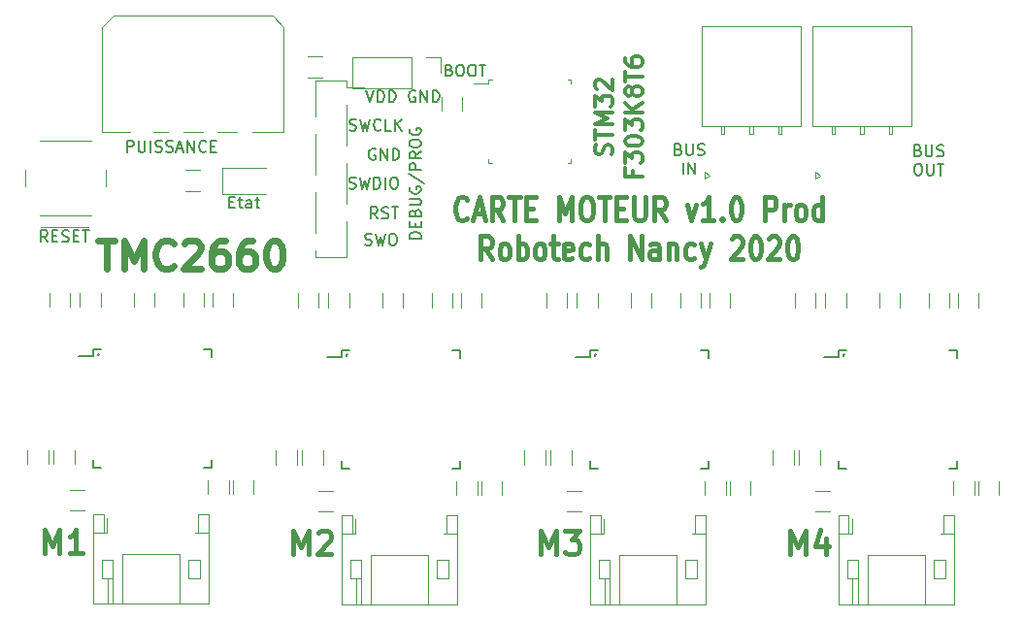
<source format=gbr>
G04 #@! TF.GenerationSoftware,KiCad,Pcbnew,(5.1.5)-3*
G04 #@! TF.CreationDate,2019-12-18T01:06:06+01:00*
G04 #@! TF.ProjectId,CarteMoteur,43617274-654d-46f7-9465-75722e6b6963,rev?*
G04 #@! TF.SameCoordinates,Original*
G04 #@! TF.FileFunction,Legend,Top*
G04 #@! TF.FilePolarity,Positive*
%FSLAX46Y46*%
G04 Gerber Fmt 4.6, Leading zero omitted, Abs format (unit mm)*
G04 Created by KiCad (PCBNEW (5.1.5)-3) date 2019-12-18 01:06:06*
%MOMM*%
%LPD*%
G04 APERTURE LIST*
%ADD10C,0.600000*%
%ADD11C,0.120000*%
%ADD12C,0.150000*%
%ADD13C,0.400000*%
%ADD14C,0.375000*%
G04 APERTURE END LIST*
D10*
X95401038Y-44579552D02*
X96829609Y-44579552D01*
X96115323Y-47079552D02*
X96115323Y-44579552D01*
X97662942Y-47079552D02*
X97662942Y-44579552D01*
X98496276Y-46365266D01*
X99329609Y-44579552D01*
X99329609Y-47079552D01*
X101948657Y-46841457D02*
X101829609Y-46960504D01*
X101472466Y-47079552D01*
X101234371Y-47079552D01*
X100877228Y-46960504D01*
X100639133Y-46722409D01*
X100520085Y-46484314D01*
X100401038Y-46008123D01*
X100401038Y-45650980D01*
X100520085Y-45174790D01*
X100639133Y-44936695D01*
X100877228Y-44698600D01*
X101234371Y-44579552D01*
X101472466Y-44579552D01*
X101829609Y-44698600D01*
X101948657Y-44817647D01*
X102901038Y-44817647D02*
X103020085Y-44698600D01*
X103258180Y-44579552D01*
X103853419Y-44579552D01*
X104091514Y-44698600D01*
X104210561Y-44817647D01*
X104329609Y-45055742D01*
X104329609Y-45293838D01*
X104210561Y-45650980D01*
X102781990Y-47079552D01*
X104329609Y-47079552D01*
X106472466Y-44579552D02*
X105996276Y-44579552D01*
X105758180Y-44698600D01*
X105639133Y-44817647D01*
X105401038Y-45174790D01*
X105281990Y-45650980D01*
X105281990Y-46603361D01*
X105401038Y-46841457D01*
X105520085Y-46960504D01*
X105758180Y-47079552D01*
X106234371Y-47079552D01*
X106472466Y-46960504D01*
X106591514Y-46841457D01*
X106710561Y-46603361D01*
X106710561Y-46008123D01*
X106591514Y-45770028D01*
X106472466Y-45650980D01*
X106234371Y-45531933D01*
X105758180Y-45531933D01*
X105520085Y-45650980D01*
X105401038Y-45770028D01*
X105281990Y-46008123D01*
X108853419Y-44579552D02*
X108377228Y-44579552D01*
X108139133Y-44698600D01*
X108020085Y-44817647D01*
X107781990Y-45174790D01*
X107662942Y-45650980D01*
X107662942Y-46603361D01*
X107781990Y-46841457D01*
X107901038Y-46960504D01*
X108139133Y-47079552D01*
X108615323Y-47079552D01*
X108853419Y-46960504D01*
X108972466Y-46841457D01*
X109091514Y-46603361D01*
X109091514Y-46008123D01*
X108972466Y-45770028D01*
X108853419Y-45650980D01*
X108615323Y-45531933D01*
X108139133Y-45531933D01*
X107901038Y-45650980D01*
X107781990Y-45770028D01*
X107662942Y-46008123D01*
X110639133Y-44579552D02*
X110877228Y-44579552D01*
X111115323Y-44698600D01*
X111234371Y-44817647D01*
X111353419Y-45055742D01*
X111472466Y-45531933D01*
X111472466Y-46127171D01*
X111353419Y-46603361D01*
X111234371Y-46841457D01*
X111115323Y-46960504D01*
X110877228Y-47079552D01*
X110639133Y-47079552D01*
X110401038Y-46960504D01*
X110281990Y-46841457D01*
X110162942Y-46603361D01*
X110043895Y-46127171D01*
X110043895Y-45531933D01*
X110162942Y-45055742D01*
X110281990Y-44817647D01*
X110401038Y-44698600D01*
X110639133Y-44579552D01*
D11*
X90347800Y-43383200D02*
X94538800Y-43383200D01*
D12*
X123540780Y-44409714D02*
X122540780Y-44409714D01*
X122540780Y-44171619D01*
X122588400Y-44028761D01*
X122683638Y-43933523D01*
X122778876Y-43885904D01*
X122969352Y-43838285D01*
X123112209Y-43838285D01*
X123302685Y-43885904D01*
X123397923Y-43933523D01*
X123493161Y-44028761D01*
X123540780Y-44171619D01*
X123540780Y-44409714D01*
X123016971Y-43409714D02*
X123016971Y-43076380D01*
X123540780Y-42933523D02*
X123540780Y-43409714D01*
X122540780Y-43409714D01*
X122540780Y-42933523D01*
X123016971Y-42171619D02*
X123064590Y-42028761D01*
X123112209Y-41981142D01*
X123207447Y-41933523D01*
X123350304Y-41933523D01*
X123445542Y-41981142D01*
X123493161Y-42028761D01*
X123540780Y-42124000D01*
X123540780Y-42504952D01*
X122540780Y-42504952D01*
X122540780Y-42171619D01*
X122588400Y-42076380D01*
X122636019Y-42028761D01*
X122731257Y-41981142D01*
X122826495Y-41981142D01*
X122921733Y-42028761D01*
X122969352Y-42076380D01*
X123016971Y-42171619D01*
X123016971Y-42504952D01*
X122540780Y-41504952D02*
X123350304Y-41504952D01*
X123445542Y-41457333D01*
X123493161Y-41409714D01*
X123540780Y-41314476D01*
X123540780Y-41124000D01*
X123493161Y-41028761D01*
X123445542Y-40981142D01*
X123350304Y-40933523D01*
X122540780Y-40933523D01*
X122588400Y-39933523D02*
X122540780Y-40028761D01*
X122540780Y-40171619D01*
X122588400Y-40314476D01*
X122683638Y-40409714D01*
X122778876Y-40457333D01*
X122969352Y-40504952D01*
X123112209Y-40504952D01*
X123302685Y-40457333D01*
X123397923Y-40409714D01*
X123493161Y-40314476D01*
X123540780Y-40171619D01*
X123540780Y-40076380D01*
X123493161Y-39933523D01*
X123445542Y-39885904D01*
X123112209Y-39885904D01*
X123112209Y-40076380D01*
X122493161Y-38743047D02*
X123778876Y-39600190D01*
X123540780Y-38409714D02*
X122540780Y-38409714D01*
X122540780Y-38028761D01*
X122588400Y-37933523D01*
X122636019Y-37885904D01*
X122731257Y-37838285D01*
X122874114Y-37838285D01*
X122969352Y-37885904D01*
X123016971Y-37933523D01*
X123064590Y-38028761D01*
X123064590Y-38409714D01*
X123540780Y-36838285D02*
X123064590Y-37171619D01*
X123540780Y-37409714D02*
X122540780Y-37409714D01*
X122540780Y-37028761D01*
X122588400Y-36933523D01*
X122636019Y-36885904D01*
X122731257Y-36838285D01*
X122874114Y-36838285D01*
X122969352Y-36885904D01*
X123016971Y-36933523D01*
X123064590Y-37028761D01*
X123064590Y-37409714D01*
X122540780Y-36219238D02*
X122540780Y-36028761D01*
X122588400Y-35933523D01*
X122683638Y-35838285D01*
X122874114Y-35790666D01*
X123207447Y-35790666D01*
X123397923Y-35838285D01*
X123493161Y-35933523D01*
X123540780Y-36028761D01*
X123540780Y-36219238D01*
X123493161Y-36314476D01*
X123397923Y-36409714D01*
X123207447Y-36457333D01*
X122874114Y-36457333D01*
X122683638Y-36409714D01*
X122588400Y-36314476D01*
X122540780Y-36219238D01*
X122588400Y-34838285D02*
X122540780Y-34933523D01*
X122540780Y-35076380D01*
X122588400Y-35219238D01*
X122683638Y-35314476D01*
X122778876Y-35362095D01*
X122969352Y-35409714D01*
X123112209Y-35409714D01*
X123302685Y-35362095D01*
X123397923Y-35314476D01*
X123493161Y-35219238D01*
X123540780Y-35076380D01*
X123540780Y-34981142D01*
X123493161Y-34838285D01*
X123445542Y-34790666D01*
X123112209Y-34790666D01*
X123112209Y-34981142D01*
X90952819Y-44699180D02*
X90619485Y-44222990D01*
X90381390Y-44699180D02*
X90381390Y-43699180D01*
X90762342Y-43699180D01*
X90857580Y-43746800D01*
X90905200Y-43794419D01*
X90952819Y-43889657D01*
X90952819Y-44032514D01*
X90905200Y-44127752D01*
X90857580Y-44175371D01*
X90762342Y-44222990D01*
X90381390Y-44222990D01*
X91381390Y-44175371D02*
X91714723Y-44175371D01*
X91857580Y-44699180D02*
X91381390Y-44699180D01*
X91381390Y-43699180D01*
X91857580Y-43699180D01*
X92238533Y-44651561D02*
X92381390Y-44699180D01*
X92619485Y-44699180D01*
X92714723Y-44651561D01*
X92762342Y-44603942D01*
X92809961Y-44508704D01*
X92809961Y-44413466D01*
X92762342Y-44318228D01*
X92714723Y-44270609D01*
X92619485Y-44222990D01*
X92429009Y-44175371D01*
X92333771Y-44127752D01*
X92286152Y-44080133D01*
X92238533Y-43984895D01*
X92238533Y-43889657D01*
X92286152Y-43794419D01*
X92333771Y-43746800D01*
X92429009Y-43699180D01*
X92667104Y-43699180D01*
X92809961Y-43746800D01*
X93238533Y-44175371D02*
X93571866Y-44175371D01*
X93714723Y-44699180D02*
X93238533Y-44699180D01*
X93238533Y-43699180D01*
X93714723Y-43699180D01*
X94000438Y-43699180D02*
X94571866Y-43699180D01*
X94286152Y-44699180D02*
X94286152Y-43699180D01*
D13*
X155733952Y-71923161D02*
X155733952Y-69923161D01*
X156400619Y-71351733D01*
X157067285Y-69923161D01*
X157067285Y-71923161D01*
X158876809Y-70589828D02*
X158876809Y-71923161D01*
X158400619Y-69827923D02*
X157924428Y-71256495D01*
X159162523Y-71256495D01*
X134016952Y-71948561D02*
X134016952Y-69948561D01*
X134683619Y-71377133D01*
X135350285Y-69948561D01*
X135350285Y-71948561D01*
X136112190Y-69948561D02*
X137350285Y-69948561D01*
X136683619Y-70710466D01*
X136969333Y-70710466D01*
X137159809Y-70805704D01*
X137255047Y-70900942D01*
X137350285Y-71091419D01*
X137350285Y-71567609D01*
X137255047Y-71758085D01*
X137159809Y-71853323D01*
X136969333Y-71948561D01*
X136397904Y-71948561D01*
X136207428Y-71853323D01*
X136112190Y-71758085D01*
X112376152Y-71923161D02*
X112376152Y-69923161D01*
X113042819Y-71351733D01*
X113709485Y-69923161D01*
X113709485Y-71923161D01*
X114566628Y-70113638D02*
X114661866Y-70018400D01*
X114852342Y-69923161D01*
X115328533Y-69923161D01*
X115519009Y-70018400D01*
X115614247Y-70113638D01*
X115709485Y-70304114D01*
X115709485Y-70494590D01*
X115614247Y-70780304D01*
X114471390Y-71923161D01*
X115709485Y-71923161D01*
X90684552Y-71872361D02*
X90684552Y-69872361D01*
X91351219Y-71300933D01*
X92017885Y-69872361D01*
X92017885Y-71872361D01*
X94017885Y-71872361D02*
X92875028Y-71872361D01*
X93446457Y-71872361D02*
X93446457Y-69872361D01*
X93255980Y-70158076D01*
X93065504Y-70348552D01*
X92875028Y-70443790D01*
X127553533Y-42626085D02*
X127472580Y-42721323D01*
X127229723Y-42816561D01*
X127067819Y-42816561D01*
X126824961Y-42721323D01*
X126663057Y-42530847D01*
X126582104Y-42340371D01*
X126501152Y-41959419D01*
X126501152Y-41673704D01*
X126582104Y-41292752D01*
X126663057Y-41102276D01*
X126824961Y-40911800D01*
X127067819Y-40816561D01*
X127229723Y-40816561D01*
X127472580Y-40911800D01*
X127553533Y-41007038D01*
X128201152Y-42245133D02*
X129010676Y-42245133D01*
X128039247Y-42816561D02*
X128605914Y-40816561D01*
X129172580Y-42816561D01*
X130710676Y-42816561D02*
X130144009Y-41864180D01*
X129739247Y-42816561D02*
X129739247Y-40816561D01*
X130386866Y-40816561D01*
X130548771Y-40911800D01*
X130629723Y-41007038D01*
X130710676Y-41197514D01*
X130710676Y-41483228D01*
X130629723Y-41673704D01*
X130548771Y-41768942D01*
X130386866Y-41864180D01*
X129739247Y-41864180D01*
X131196390Y-40816561D02*
X132167819Y-40816561D01*
X131682104Y-42816561D02*
X131682104Y-40816561D01*
X132734485Y-41768942D02*
X133301152Y-41768942D01*
X133544009Y-42816561D02*
X132734485Y-42816561D01*
X132734485Y-40816561D01*
X133544009Y-40816561D01*
X135567819Y-42816561D02*
X135567819Y-40816561D01*
X136134485Y-42245133D01*
X136701152Y-40816561D01*
X136701152Y-42816561D01*
X137834485Y-40816561D02*
X138158295Y-40816561D01*
X138320200Y-40911800D01*
X138482104Y-41102276D01*
X138563057Y-41483228D01*
X138563057Y-42149895D01*
X138482104Y-42530847D01*
X138320200Y-42721323D01*
X138158295Y-42816561D01*
X137834485Y-42816561D01*
X137672580Y-42721323D01*
X137510676Y-42530847D01*
X137429723Y-42149895D01*
X137429723Y-41483228D01*
X137510676Y-41102276D01*
X137672580Y-40911800D01*
X137834485Y-40816561D01*
X139048771Y-40816561D02*
X140020200Y-40816561D01*
X139534485Y-42816561D02*
X139534485Y-40816561D01*
X140586866Y-41768942D02*
X141153533Y-41768942D01*
X141396390Y-42816561D02*
X140586866Y-42816561D01*
X140586866Y-40816561D01*
X141396390Y-40816561D01*
X142124961Y-40816561D02*
X142124961Y-42435609D01*
X142205914Y-42626085D01*
X142286866Y-42721323D01*
X142448771Y-42816561D01*
X142772580Y-42816561D01*
X142934485Y-42721323D01*
X143015438Y-42626085D01*
X143096390Y-42435609D01*
X143096390Y-40816561D01*
X144877342Y-42816561D02*
X144310676Y-41864180D01*
X143905914Y-42816561D02*
X143905914Y-40816561D01*
X144553533Y-40816561D01*
X144715438Y-40911800D01*
X144796390Y-41007038D01*
X144877342Y-41197514D01*
X144877342Y-41483228D01*
X144796390Y-41673704D01*
X144715438Y-41768942D01*
X144553533Y-41864180D01*
X143905914Y-41864180D01*
X146739247Y-41483228D02*
X147144009Y-42816561D01*
X147548771Y-41483228D01*
X149086866Y-42816561D02*
X148115438Y-42816561D01*
X148601152Y-42816561D02*
X148601152Y-40816561D01*
X148439247Y-41102276D01*
X148277342Y-41292752D01*
X148115438Y-41387990D01*
X149815438Y-42626085D02*
X149896390Y-42721323D01*
X149815438Y-42816561D01*
X149734485Y-42721323D01*
X149815438Y-42626085D01*
X149815438Y-42816561D01*
X150948771Y-40816561D02*
X151110676Y-40816561D01*
X151272580Y-40911800D01*
X151353533Y-41007038D01*
X151434485Y-41197514D01*
X151515438Y-41578466D01*
X151515438Y-42054657D01*
X151434485Y-42435609D01*
X151353533Y-42626085D01*
X151272580Y-42721323D01*
X151110676Y-42816561D01*
X150948771Y-42816561D01*
X150786866Y-42721323D01*
X150705914Y-42626085D01*
X150624961Y-42435609D01*
X150544009Y-42054657D01*
X150544009Y-41578466D01*
X150624961Y-41197514D01*
X150705914Y-41007038D01*
X150786866Y-40911800D01*
X150948771Y-40816561D01*
X153539247Y-42816561D02*
X153539247Y-40816561D01*
X154186866Y-40816561D01*
X154348771Y-40911800D01*
X154429723Y-41007038D01*
X154510676Y-41197514D01*
X154510676Y-41483228D01*
X154429723Y-41673704D01*
X154348771Y-41768942D01*
X154186866Y-41864180D01*
X153539247Y-41864180D01*
X155239247Y-42816561D02*
X155239247Y-41483228D01*
X155239247Y-41864180D02*
X155320200Y-41673704D01*
X155401152Y-41578466D01*
X155563057Y-41483228D01*
X155724961Y-41483228D01*
X156534485Y-42816561D02*
X156372580Y-42721323D01*
X156291628Y-42626085D01*
X156210676Y-42435609D01*
X156210676Y-41864180D01*
X156291628Y-41673704D01*
X156372580Y-41578466D01*
X156534485Y-41483228D01*
X156777342Y-41483228D01*
X156939247Y-41578466D01*
X157020200Y-41673704D01*
X157101152Y-41864180D01*
X157101152Y-42435609D01*
X157020200Y-42626085D01*
X156939247Y-42721323D01*
X156777342Y-42816561D01*
X156534485Y-42816561D01*
X158558295Y-42816561D02*
X158558295Y-40816561D01*
X158558295Y-42721323D02*
X158396390Y-42816561D01*
X158072580Y-42816561D01*
X157910676Y-42721323D01*
X157829723Y-42626085D01*
X157748771Y-42435609D01*
X157748771Y-41864180D01*
X157829723Y-41673704D01*
X157910676Y-41578466D01*
X158072580Y-41483228D01*
X158396390Y-41483228D01*
X158558295Y-41578466D01*
X129739247Y-46216561D02*
X129172580Y-45264180D01*
X128767819Y-46216561D02*
X128767819Y-44216561D01*
X129415438Y-44216561D01*
X129577342Y-44311800D01*
X129658295Y-44407038D01*
X129739247Y-44597514D01*
X129739247Y-44883228D01*
X129658295Y-45073704D01*
X129577342Y-45168942D01*
X129415438Y-45264180D01*
X128767819Y-45264180D01*
X130710676Y-46216561D02*
X130548771Y-46121323D01*
X130467819Y-46026085D01*
X130386866Y-45835609D01*
X130386866Y-45264180D01*
X130467819Y-45073704D01*
X130548771Y-44978466D01*
X130710676Y-44883228D01*
X130953533Y-44883228D01*
X131115438Y-44978466D01*
X131196390Y-45073704D01*
X131277342Y-45264180D01*
X131277342Y-45835609D01*
X131196390Y-46026085D01*
X131115438Y-46121323D01*
X130953533Y-46216561D01*
X130710676Y-46216561D01*
X132005914Y-46216561D02*
X132005914Y-44216561D01*
X132005914Y-44978466D02*
X132167819Y-44883228D01*
X132491628Y-44883228D01*
X132653533Y-44978466D01*
X132734485Y-45073704D01*
X132815438Y-45264180D01*
X132815438Y-45835609D01*
X132734485Y-46026085D01*
X132653533Y-46121323D01*
X132491628Y-46216561D01*
X132167819Y-46216561D01*
X132005914Y-46121323D01*
X133786866Y-46216561D02*
X133624961Y-46121323D01*
X133544009Y-46026085D01*
X133463057Y-45835609D01*
X133463057Y-45264180D01*
X133544009Y-45073704D01*
X133624961Y-44978466D01*
X133786866Y-44883228D01*
X134029723Y-44883228D01*
X134191628Y-44978466D01*
X134272580Y-45073704D01*
X134353533Y-45264180D01*
X134353533Y-45835609D01*
X134272580Y-46026085D01*
X134191628Y-46121323D01*
X134029723Y-46216561D01*
X133786866Y-46216561D01*
X134839247Y-44883228D02*
X135486866Y-44883228D01*
X135082104Y-44216561D02*
X135082104Y-45930847D01*
X135163057Y-46121323D01*
X135324961Y-46216561D01*
X135486866Y-46216561D01*
X136701152Y-46121323D02*
X136539247Y-46216561D01*
X136215438Y-46216561D01*
X136053533Y-46121323D01*
X135972580Y-45930847D01*
X135972580Y-45168942D01*
X136053533Y-44978466D01*
X136215438Y-44883228D01*
X136539247Y-44883228D01*
X136701152Y-44978466D01*
X136782104Y-45168942D01*
X136782104Y-45359419D01*
X135972580Y-45549895D01*
X138239247Y-46121323D02*
X138077342Y-46216561D01*
X137753533Y-46216561D01*
X137591628Y-46121323D01*
X137510676Y-46026085D01*
X137429723Y-45835609D01*
X137429723Y-45264180D01*
X137510676Y-45073704D01*
X137591628Y-44978466D01*
X137753533Y-44883228D01*
X138077342Y-44883228D01*
X138239247Y-44978466D01*
X138967819Y-46216561D02*
X138967819Y-44216561D01*
X139696390Y-46216561D02*
X139696390Y-45168942D01*
X139615438Y-44978466D01*
X139453533Y-44883228D01*
X139210676Y-44883228D01*
X139048771Y-44978466D01*
X138967819Y-45073704D01*
X141801152Y-46216561D02*
X141801152Y-44216561D01*
X142772580Y-46216561D01*
X142772580Y-44216561D01*
X144310676Y-46216561D02*
X144310676Y-45168942D01*
X144229723Y-44978466D01*
X144067819Y-44883228D01*
X143744009Y-44883228D01*
X143582104Y-44978466D01*
X144310676Y-46121323D02*
X144148771Y-46216561D01*
X143744009Y-46216561D01*
X143582104Y-46121323D01*
X143501152Y-45930847D01*
X143501152Y-45740371D01*
X143582104Y-45549895D01*
X143744009Y-45454657D01*
X144148771Y-45454657D01*
X144310676Y-45359419D01*
X145120200Y-44883228D02*
X145120200Y-46216561D01*
X145120200Y-45073704D02*
X145201152Y-44978466D01*
X145363057Y-44883228D01*
X145605914Y-44883228D01*
X145767819Y-44978466D01*
X145848771Y-45168942D01*
X145848771Y-46216561D01*
X147386866Y-46121323D02*
X147224961Y-46216561D01*
X146901152Y-46216561D01*
X146739247Y-46121323D01*
X146658295Y-46026085D01*
X146577342Y-45835609D01*
X146577342Y-45264180D01*
X146658295Y-45073704D01*
X146739247Y-44978466D01*
X146901152Y-44883228D01*
X147224961Y-44883228D01*
X147386866Y-44978466D01*
X147953533Y-44883228D02*
X148358295Y-46216561D01*
X148763057Y-44883228D02*
X148358295Y-46216561D01*
X148196390Y-46692752D01*
X148115438Y-46787990D01*
X147953533Y-46883228D01*
X150624961Y-44407038D02*
X150705914Y-44311800D01*
X150867819Y-44216561D01*
X151272580Y-44216561D01*
X151434485Y-44311800D01*
X151515438Y-44407038D01*
X151596390Y-44597514D01*
X151596390Y-44787990D01*
X151515438Y-45073704D01*
X150544009Y-46216561D01*
X151596390Y-46216561D01*
X152648771Y-44216561D02*
X152810676Y-44216561D01*
X152972580Y-44311800D01*
X153053533Y-44407038D01*
X153134485Y-44597514D01*
X153215438Y-44978466D01*
X153215438Y-45454657D01*
X153134485Y-45835609D01*
X153053533Y-46026085D01*
X152972580Y-46121323D01*
X152810676Y-46216561D01*
X152648771Y-46216561D01*
X152486866Y-46121323D01*
X152405914Y-46026085D01*
X152324961Y-45835609D01*
X152244009Y-45454657D01*
X152244009Y-44978466D01*
X152324961Y-44597514D01*
X152405914Y-44407038D01*
X152486866Y-44311800D01*
X152648771Y-44216561D01*
X153863057Y-44407038D02*
X153944009Y-44311800D01*
X154105914Y-44216561D01*
X154510676Y-44216561D01*
X154672580Y-44311800D01*
X154753533Y-44407038D01*
X154834485Y-44597514D01*
X154834485Y-44787990D01*
X154753533Y-45073704D01*
X153782104Y-46216561D01*
X154834485Y-46216561D01*
X155886866Y-44216561D02*
X156048771Y-44216561D01*
X156210676Y-44311800D01*
X156291628Y-44407038D01*
X156372580Y-44597514D01*
X156453533Y-44978466D01*
X156453533Y-45454657D01*
X156372580Y-45835609D01*
X156291628Y-46026085D01*
X156210676Y-46121323D01*
X156048771Y-46216561D01*
X155886866Y-46216561D01*
X155724961Y-46121323D01*
X155644009Y-46026085D01*
X155563057Y-45835609D01*
X155482104Y-45454657D01*
X155482104Y-44978466D01*
X155563057Y-44597514D01*
X155644009Y-44407038D01*
X155724961Y-44311800D01*
X155886866Y-44216561D01*
D14*
X140137642Y-37093114D02*
X140209071Y-36878828D01*
X140209071Y-36521685D01*
X140137642Y-36378828D01*
X140066214Y-36307400D01*
X139923357Y-36235971D01*
X139780500Y-36235971D01*
X139637642Y-36307400D01*
X139566214Y-36378828D01*
X139494785Y-36521685D01*
X139423357Y-36807400D01*
X139351928Y-36950257D01*
X139280500Y-37021685D01*
X139137642Y-37093114D01*
X138994785Y-37093114D01*
X138851928Y-37021685D01*
X138780500Y-36950257D01*
X138709071Y-36807400D01*
X138709071Y-36450257D01*
X138780500Y-36235971D01*
X138709071Y-35807400D02*
X138709071Y-34950257D01*
X140209071Y-35378828D02*
X138709071Y-35378828D01*
X140209071Y-34450257D02*
X138709071Y-34450257D01*
X139780500Y-33950257D01*
X138709071Y-33450257D01*
X140209071Y-33450257D01*
X138709071Y-32878828D02*
X138709071Y-31950257D01*
X139280500Y-32450257D01*
X139280500Y-32235971D01*
X139351928Y-32093114D01*
X139423357Y-32021685D01*
X139566214Y-31950257D01*
X139923357Y-31950257D01*
X140066214Y-32021685D01*
X140137642Y-32093114D01*
X140209071Y-32235971D01*
X140209071Y-32664542D01*
X140137642Y-32807400D01*
X140066214Y-32878828D01*
X138851928Y-31378828D02*
X138780500Y-31307400D01*
X138709071Y-31164542D01*
X138709071Y-30807400D01*
X138780500Y-30664542D01*
X138851928Y-30593114D01*
X138994785Y-30521685D01*
X139137642Y-30521685D01*
X139351928Y-30593114D01*
X140209071Y-31450257D01*
X140209071Y-30521685D01*
X142048357Y-38485971D02*
X142048357Y-38985971D01*
X142834071Y-38985971D02*
X141334071Y-38985971D01*
X141334071Y-38271685D01*
X141334071Y-37843114D02*
X141334071Y-36914542D01*
X141905500Y-37414542D01*
X141905500Y-37200257D01*
X141976928Y-37057400D01*
X142048357Y-36985971D01*
X142191214Y-36914542D01*
X142548357Y-36914542D01*
X142691214Y-36985971D01*
X142762642Y-37057400D01*
X142834071Y-37200257D01*
X142834071Y-37628828D01*
X142762642Y-37771685D01*
X142691214Y-37843114D01*
X141334071Y-35985971D02*
X141334071Y-35843114D01*
X141405500Y-35700257D01*
X141476928Y-35628828D01*
X141619785Y-35557400D01*
X141905500Y-35485971D01*
X142262642Y-35485971D01*
X142548357Y-35557400D01*
X142691214Y-35628828D01*
X142762642Y-35700257D01*
X142834071Y-35843114D01*
X142834071Y-35985971D01*
X142762642Y-36128828D01*
X142691214Y-36200257D01*
X142548357Y-36271685D01*
X142262642Y-36343114D01*
X141905500Y-36343114D01*
X141619785Y-36271685D01*
X141476928Y-36200257D01*
X141405500Y-36128828D01*
X141334071Y-35985971D01*
X141334071Y-34985971D02*
X141334071Y-34057400D01*
X141905500Y-34557400D01*
X141905500Y-34343114D01*
X141976928Y-34200257D01*
X142048357Y-34128828D01*
X142191214Y-34057400D01*
X142548357Y-34057400D01*
X142691214Y-34128828D01*
X142762642Y-34200257D01*
X142834071Y-34343114D01*
X142834071Y-34771685D01*
X142762642Y-34914542D01*
X142691214Y-34985971D01*
X142834071Y-33414542D02*
X141334071Y-33414542D01*
X142834071Y-32557400D02*
X141976928Y-33200257D01*
X141334071Y-32557400D02*
X142191214Y-33414542D01*
X141976928Y-31700257D02*
X141905500Y-31843114D01*
X141834071Y-31914542D01*
X141691214Y-31985971D01*
X141619785Y-31985971D01*
X141476928Y-31914542D01*
X141405500Y-31843114D01*
X141334071Y-31700257D01*
X141334071Y-31414542D01*
X141405500Y-31271685D01*
X141476928Y-31200257D01*
X141619785Y-31128828D01*
X141691214Y-31128828D01*
X141834071Y-31200257D01*
X141905500Y-31271685D01*
X141976928Y-31414542D01*
X141976928Y-31700257D01*
X142048357Y-31843114D01*
X142119785Y-31914542D01*
X142262642Y-31985971D01*
X142548357Y-31985971D01*
X142691214Y-31914542D01*
X142762642Y-31843114D01*
X142834071Y-31700257D01*
X142834071Y-31414542D01*
X142762642Y-31271685D01*
X142691214Y-31200257D01*
X142548357Y-31128828D01*
X142262642Y-31128828D01*
X142119785Y-31200257D01*
X142048357Y-31271685D01*
X141976928Y-31414542D01*
X141334071Y-30700257D02*
X141334071Y-29843114D01*
X142834071Y-30271685D02*
X141334071Y-30271685D01*
X141334071Y-28700257D02*
X141334071Y-28985971D01*
X141405500Y-29128828D01*
X141476928Y-29200257D01*
X141691214Y-29343114D01*
X141976928Y-29414542D01*
X142548357Y-29414542D01*
X142691214Y-29343114D01*
X142762642Y-29271685D01*
X142834071Y-29128828D01*
X142834071Y-28843114D01*
X142762642Y-28700257D01*
X142691214Y-28628828D01*
X142548357Y-28557400D01*
X142191214Y-28557400D01*
X142048357Y-28628828D01*
X141976928Y-28700257D01*
X141905500Y-28843114D01*
X141905500Y-29128828D01*
X141976928Y-29271685D01*
X142048357Y-29343114D01*
X142191214Y-29414542D01*
D12*
X160408200Y-54541542D02*
X160455819Y-54589161D01*
X160408200Y-54636780D01*
X160360580Y-54589161D01*
X160408200Y-54541542D01*
X160408200Y-54636780D01*
X138736200Y-54541542D02*
X138783819Y-54589161D01*
X138736200Y-54636780D01*
X138688580Y-54589161D01*
X138736200Y-54541542D01*
X138736200Y-54636780D01*
X117064200Y-54541542D02*
X117111819Y-54589161D01*
X117064200Y-54636780D01*
X117016580Y-54589161D01*
X117064200Y-54541542D01*
X117064200Y-54636780D01*
X95402400Y-54484542D02*
X95450019Y-54532161D01*
X95402400Y-54579780D01*
X95354780Y-54532161D01*
X95402400Y-54484542D01*
X95402400Y-54579780D01*
X97896847Y-36875980D02*
X97896847Y-35875980D01*
X98277800Y-35875980D01*
X98373038Y-35923600D01*
X98420657Y-35971219D01*
X98468276Y-36066457D01*
X98468276Y-36209314D01*
X98420657Y-36304552D01*
X98373038Y-36352171D01*
X98277800Y-36399790D01*
X97896847Y-36399790D01*
X98896847Y-35875980D02*
X98896847Y-36685504D01*
X98944466Y-36780742D01*
X98992085Y-36828361D01*
X99087323Y-36875980D01*
X99277800Y-36875980D01*
X99373038Y-36828361D01*
X99420657Y-36780742D01*
X99468276Y-36685504D01*
X99468276Y-35875980D01*
X99944466Y-36875980D02*
X99944466Y-35875980D01*
X100373038Y-36828361D02*
X100515895Y-36875980D01*
X100753990Y-36875980D01*
X100849228Y-36828361D01*
X100896847Y-36780742D01*
X100944466Y-36685504D01*
X100944466Y-36590266D01*
X100896847Y-36495028D01*
X100849228Y-36447409D01*
X100753990Y-36399790D01*
X100563514Y-36352171D01*
X100468276Y-36304552D01*
X100420657Y-36256933D01*
X100373038Y-36161695D01*
X100373038Y-36066457D01*
X100420657Y-35971219D01*
X100468276Y-35923600D01*
X100563514Y-35875980D01*
X100801609Y-35875980D01*
X100944466Y-35923600D01*
X101325419Y-36828361D02*
X101468276Y-36875980D01*
X101706371Y-36875980D01*
X101801609Y-36828361D01*
X101849228Y-36780742D01*
X101896847Y-36685504D01*
X101896847Y-36590266D01*
X101849228Y-36495028D01*
X101801609Y-36447409D01*
X101706371Y-36399790D01*
X101515895Y-36352171D01*
X101420657Y-36304552D01*
X101373038Y-36256933D01*
X101325419Y-36161695D01*
X101325419Y-36066457D01*
X101373038Y-35971219D01*
X101420657Y-35923600D01*
X101515895Y-35875980D01*
X101753990Y-35875980D01*
X101896847Y-35923600D01*
X102277800Y-36590266D02*
X102753990Y-36590266D01*
X102182561Y-36875980D02*
X102515895Y-35875980D01*
X102849228Y-36875980D01*
X103182561Y-36875980D02*
X103182561Y-35875980D01*
X103753990Y-36875980D01*
X103753990Y-35875980D01*
X104801609Y-36780742D02*
X104753990Y-36828361D01*
X104611133Y-36875980D01*
X104515895Y-36875980D01*
X104373038Y-36828361D01*
X104277800Y-36733123D01*
X104230180Y-36637885D01*
X104182561Y-36447409D01*
X104182561Y-36304552D01*
X104230180Y-36114076D01*
X104277800Y-36018838D01*
X104373038Y-35923600D01*
X104515895Y-35875980D01*
X104611133Y-35875980D01*
X104753990Y-35923600D01*
X104801609Y-35971219D01*
X105230180Y-36352171D02*
X105563514Y-36352171D01*
X105706371Y-36875980D02*
X105230180Y-36875980D01*
X105230180Y-35875980D01*
X105706371Y-35875980D01*
X166889228Y-36720971D02*
X167032085Y-36768590D01*
X167079704Y-36816209D01*
X167127323Y-36911447D01*
X167127323Y-37054304D01*
X167079704Y-37149542D01*
X167032085Y-37197161D01*
X166936847Y-37244780D01*
X166555895Y-37244780D01*
X166555895Y-36244780D01*
X166889228Y-36244780D01*
X166984466Y-36292400D01*
X167032085Y-36340019D01*
X167079704Y-36435257D01*
X167079704Y-36530495D01*
X167032085Y-36625733D01*
X166984466Y-36673352D01*
X166889228Y-36720971D01*
X166555895Y-36720971D01*
X167555895Y-36244780D02*
X167555895Y-37054304D01*
X167603514Y-37149542D01*
X167651133Y-37197161D01*
X167746371Y-37244780D01*
X167936847Y-37244780D01*
X168032085Y-37197161D01*
X168079704Y-37149542D01*
X168127323Y-37054304D01*
X168127323Y-36244780D01*
X168555895Y-37197161D02*
X168698752Y-37244780D01*
X168936847Y-37244780D01*
X169032085Y-37197161D01*
X169079704Y-37149542D01*
X169127323Y-37054304D01*
X169127323Y-36959066D01*
X169079704Y-36863828D01*
X169032085Y-36816209D01*
X168936847Y-36768590D01*
X168746371Y-36720971D01*
X168651133Y-36673352D01*
X168603514Y-36625733D01*
X168555895Y-36530495D01*
X168555895Y-36435257D01*
X168603514Y-36340019D01*
X168651133Y-36292400D01*
X168746371Y-36244780D01*
X168984466Y-36244780D01*
X169127323Y-36292400D01*
X166817800Y-37894780D02*
X167008276Y-37894780D01*
X167103514Y-37942400D01*
X167198752Y-38037638D01*
X167246371Y-38228114D01*
X167246371Y-38561447D01*
X167198752Y-38751923D01*
X167103514Y-38847161D01*
X167008276Y-38894780D01*
X166817800Y-38894780D01*
X166722561Y-38847161D01*
X166627323Y-38751923D01*
X166579704Y-38561447D01*
X166579704Y-38228114D01*
X166627323Y-38037638D01*
X166722561Y-37942400D01*
X166817800Y-37894780D01*
X167674942Y-37894780D02*
X167674942Y-38704304D01*
X167722561Y-38799542D01*
X167770180Y-38847161D01*
X167865419Y-38894780D01*
X168055895Y-38894780D01*
X168151133Y-38847161D01*
X168198752Y-38799542D01*
X168246371Y-38704304D01*
X168246371Y-37894780D01*
X168579704Y-37894780D02*
X169151133Y-37894780D01*
X168865419Y-38894780D02*
X168865419Y-37894780D01*
X146010428Y-36619371D02*
X146153285Y-36666990D01*
X146200904Y-36714609D01*
X146248523Y-36809847D01*
X146248523Y-36952704D01*
X146200904Y-37047942D01*
X146153285Y-37095561D01*
X146058047Y-37143180D01*
X145677095Y-37143180D01*
X145677095Y-36143180D01*
X146010428Y-36143180D01*
X146105666Y-36190800D01*
X146153285Y-36238419D01*
X146200904Y-36333657D01*
X146200904Y-36428895D01*
X146153285Y-36524133D01*
X146105666Y-36571752D01*
X146010428Y-36619371D01*
X145677095Y-36619371D01*
X146677095Y-36143180D02*
X146677095Y-36952704D01*
X146724714Y-37047942D01*
X146772333Y-37095561D01*
X146867571Y-37143180D01*
X147058047Y-37143180D01*
X147153285Y-37095561D01*
X147200904Y-37047942D01*
X147248523Y-36952704D01*
X147248523Y-36143180D01*
X147677095Y-37095561D02*
X147819952Y-37143180D01*
X148058047Y-37143180D01*
X148153285Y-37095561D01*
X148200904Y-37047942D01*
X148248523Y-36952704D01*
X148248523Y-36857466D01*
X148200904Y-36762228D01*
X148153285Y-36714609D01*
X148058047Y-36666990D01*
X147867571Y-36619371D01*
X147772333Y-36571752D01*
X147724714Y-36524133D01*
X147677095Y-36428895D01*
X147677095Y-36333657D01*
X147724714Y-36238419D01*
X147772333Y-36190800D01*
X147867571Y-36143180D01*
X148105666Y-36143180D01*
X148248523Y-36190800D01*
X146415190Y-38793180D02*
X146415190Y-37793180D01*
X146891380Y-38793180D02*
X146891380Y-37793180D01*
X147462809Y-38793180D01*
X147462809Y-37793180D01*
X106838904Y-41228971D02*
X107172238Y-41228971D01*
X107315095Y-41752780D02*
X106838904Y-41752780D01*
X106838904Y-40752780D01*
X107315095Y-40752780D01*
X107600809Y-41086114D02*
X107981761Y-41086114D01*
X107743666Y-40752780D02*
X107743666Y-41609923D01*
X107791285Y-41705161D01*
X107886523Y-41752780D01*
X107981761Y-41752780D01*
X108743666Y-41752780D02*
X108743666Y-41228971D01*
X108696047Y-41133733D01*
X108600809Y-41086114D01*
X108410333Y-41086114D01*
X108315095Y-41133733D01*
X108743666Y-41705161D02*
X108648428Y-41752780D01*
X108410333Y-41752780D01*
X108315095Y-41705161D01*
X108267476Y-41609923D01*
X108267476Y-41514685D01*
X108315095Y-41419447D01*
X108410333Y-41371828D01*
X108648428Y-41371828D01*
X108743666Y-41324209D01*
X109077000Y-41086114D02*
X109457952Y-41086114D01*
X109219857Y-40752780D02*
X109219857Y-41609923D01*
X109267476Y-41705161D01*
X109362714Y-41752780D01*
X109457952Y-41752780D01*
X118659447Y-44956361D02*
X118802304Y-45003980D01*
X119040400Y-45003980D01*
X119135638Y-44956361D01*
X119183257Y-44908742D01*
X119230876Y-44813504D01*
X119230876Y-44718266D01*
X119183257Y-44623028D01*
X119135638Y-44575409D01*
X119040400Y-44527790D01*
X118849923Y-44480171D01*
X118754685Y-44432552D01*
X118707066Y-44384933D01*
X118659447Y-44289695D01*
X118659447Y-44194457D01*
X118707066Y-44099219D01*
X118754685Y-44051600D01*
X118849923Y-44003980D01*
X119088019Y-44003980D01*
X119230876Y-44051600D01*
X119564209Y-44003980D02*
X119802304Y-45003980D01*
X119992780Y-44289695D01*
X120183257Y-45003980D01*
X120421352Y-44003980D01*
X120992780Y-44003980D02*
X121183257Y-44003980D01*
X121278495Y-44051600D01*
X121373733Y-44146838D01*
X121421352Y-44337314D01*
X121421352Y-44670647D01*
X121373733Y-44861123D01*
X121278495Y-44956361D01*
X121183257Y-45003980D01*
X120992780Y-45003980D01*
X120897542Y-44956361D01*
X120802304Y-44861123D01*
X120754685Y-44670647D01*
X120754685Y-44337314D01*
X120802304Y-44146838D01*
X120897542Y-44051600D01*
X120992780Y-44003980D01*
X119746780Y-42667180D02*
X119413447Y-42190990D01*
X119175352Y-42667180D02*
X119175352Y-41667180D01*
X119556304Y-41667180D01*
X119651542Y-41714800D01*
X119699161Y-41762419D01*
X119746780Y-41857657D01*
X119746780Y-42000514D01*
X119699161Y-42095752D01*
X119651542Y-42143371D01*
X119556304Y-42190990D01*
X119175352Y-42190990D01*
X120127733Y-42619561D02*
X120270590Y-42667180D01*
X120508685Y-42667180D01*
X120603923Y-42619561D01*
X120651542Y-42571942D01*
X120699161Y-42476704D01*
X120699161Y-42381466D01*
X120651542Y-42286228D01*
X120603923Y-42238609D01*
X120508685Y-42190990D01*
X120318209Y-42143371D01*
X120222971Y-42095752D01*
X120175352Y-42048133D01*
X120127733Y-41952895D01*
X120127733Y-41857657D01*
X120175352Y-41762419D01*
X120222971Y-41714800D01*
X120318209Y-41667180D01*
X120556304Y-41667180D01*
X120699161Y-41714800D01*
X120984876Y-41667180D02*
X121556304Y-41667180D01*
X121270590Y-42667180D02*
X121270590Y-41667180D01*
X117286352Y-40028761D02*
X117429209Y-40076380D01*
X117667304Y-40076380D01*
X117762542Y-40028761D01*
X117810161Y-39981142D01*
X117857780Y-39885904D01*
X117857780Y-39790666D01*
X117810161Y-39695428D01*
X117762542Y-39647809D01*
X117667304Y-39600190D01*
X117476828Y-39552571D01*
X117381590Y-39504952D01*
X117333971Y-39457333D01*
X117286352Y-39362095D01*
X117286352Y-39266857D01*
X117333971Y-39171619D01*
X117381590Y-39124000D01*
X117476828Y-39076380D01*
X117714923Y-39076380D01*
X117857780Y-39124000D01*
X118191114Y-39076380D02*
X118429209Y-40076380D01*
X118619685Y-39362095D01*
X118810161Y-40076380D01*
X119048257Y-39076380D01*
X119429209Y-40076380D02*
X119429209Y-39076380D01*
X119667304Y-39076380D01*
X119810161Y-39124000D01*
X119905400Y-39219238D01*
X119953019Y-39314476D01*
X120000638Y-39504952D01*
X120000638Y-39647809D01*
X119953019Y-39838285D01*
X119905400Y-39933523D01*
X119810161Y-40028761D01*
X119667304Y-40076380D01*
X119429209Y-40076380D01*
X120429209Y-40076380D02*
X120429209Y-39076380D01*
X121095876Y-39076380D02*
X121286352Y-39076380D01*
X121381590Y-39124000D01*
X121476828Y-39219238D01*
X121524447Y-39409714D01*
X121524447Y-39743047D01*
X121476828Y-39933523D01*
X121381590Y-40028761D01*
X121286352Y-40076380D01*
X121095876Y-40076380D01*
X121000638Y-40028761D01*
X120905400Y-39933523D01*
X120857780Y-39743047D01*
X120857780Y-39409714D01*
X120905400Y-39219238D01*
X121000638Y-39124000D01*
X121095876Y-39076380D01*
X119557895Y-36609400D02*
X119462657Y-36561780D01*
X119319800Y-36561780D01*
X119176942Y-36609400D01*
X119081704Y-36704638D01*
X119034085Y-36799876D01*
X118986466Y-36990352D01*
X118986466Y-37133209D01*
X119034085Y-37323685D01*
X119081704Y-37418923D01*
X119176942Y-37514161D01*
X119319800Y-37561780D01*
X119415038Y-37561780D01*
X119557895Y-37514161D01*
X119605514Y-37466542D01*
X119605514Y-37133209D01*
X119415038Y-37133209D01*
X120034085Y-37561780D02*
X120034085Y-36561780D01*
X120605514Y-37561780D01*
X120605514Y-36561780D01*
X121081704Y-37561780D02*
X121081704Y-36561780D01*
X121319800Y-36561780D01*
X121462657Y-36609400D01*
X121557895Y-36704638D01*
X121605514Y-36799876D01*
X121653133Y-36990352D01*
X121653133Y-37133209D01*
X121605514Y-37323685D01*
X121557895Y-37418923D01*
X121462657Y-37514161D01*
X121319800Y-37561780D01*
X121081704Y-37561780D01*
X117321295Y-34948761D02*
X117464152Y-34996380D01*
X117702247Y-34996380D01*
X117797485Y-34948761D01*
X117845104Y-34901142D01*
X117892723Y-34805904D01*
X117892723Y-34710666D01*
X117845104Y-34615428D01*
X117797485Y-34567809D01*
X117702247Y-34520190D01*
X117511771Y-34472571D01*
X117416533Y-34424952D01*
X117368914Y-34377333D01*
X117321295Y-34282095D01*
X117321295Y-34186857D01*
X117368914Y-34091619D01*
X117416533Y-34044000D01*
X117511771Y-33996380D01*
X117749866Y-33996380D01*
X117892723Y-34044000D01*
X118226057Y-33996380D02*
X118464152Y-34996380D01*
X118654628Y-34282095D01*
X118845104Y-34996380D01*
X119083200Y-33996380D01*
X120035580Y-34901142D02*
X119987961Y-34948761D01*
X119845104Y-34996380D01*
X119749866Y-34996380D01*
X119607009Y-34948761D01*
X119511771Y-34853523D01*
X119464152Y-34758285D01*
X119416533Y-34567809D01*
X119416533Y-34424952D01*
X119464152Y-34234476D01*
X119511771Y-34139238D01*
X119607009Y-34044000D01*
X119749866Y-33996380D01*
X119845104Y-33996380D01*
X119987961Y-34044000D01*
X120035580Y-34091619D01*
X120940342Y-34996380D02*
X120464152Y-34996380D01*
X120464152Y-33996380D01*
X121273676Y-34996380D02*
X121273676Y-33996380D01*
X121845104Y-34996380D02*
X121416533Y-34424952D01*
X121845104Y-33996380D02*
X121273676Y-34567809D01*
X118758104Y-31507180D02*
X119091438Y-32507180D01*
X119424771Y-31507180D01*
X119758104Y-32507180D02*
X119758104Y-31507180D01*
X119996200Y-31507180D01*
X120139057Y-31554800D01*
X120234295Y-31650038D01*
X120281914Y-31745276D01*
X120329533Y-31935752D01*
X120329533Y-32078609D01*
X120281914Y-32269085D01*
X120234295Y-32364323D01*
X120139057Y-32459561D01*
X119996200Y-32507180D01*
X119758104Y-32507180D01*
X120758104Y-32507180D02*
X120758104Y-31507180D01*
X120996200Y-31507180D01*
X121139057Y-31554800D01*
X121234295Y-31650038D01*
X121281914Y-31745276D01*
X121329533Y-31935752D01*
X121329533Y-32078609D01*
X121281914Y-32269085D01*
X121234295Y-32364323D01*
X121139057Y-32459561D01*
X120996200Y-32507180D01*
X120758104Y-32507180D01*
X123043819Y-31554800D02*
X122948580Y-31507180D01*
X122805723Y-31507180D01*
X122662866Y-31554800D01*
X122567628Y-31650038D01*
X122520009Y-31745276D01*
X122472390Y-31935752D01*
X122472390Y-32078609D01*
X122520009Y-32269085D01*
X122567628Y-32364323D01*
X122662866Y-32459561D01*
X122805723Y-32507180D01*
X122900961Y-32507180D01*
X123043819Y-32459561D01*
X123091438Y-32411942D01*
X123091438Y-32078609D01*
X122900961Y-32078609D01*
X123520009Y-32507180D02*
X123520009Y-31507180D01*
X124091438Y-32507180D01*
X124091438Y-31507180D01*
X124567628Y-32507180D02*
X124567628Y-31507180D01*
X124805723Y-31507180D01*
X124948580Y-31554800D01*
X125043819Y-31650038D01*
X125091438Y-31745276D01*
X125139057Y-31935752D01*
X125139057Y-32078609D01*
X125091438Y-32269085D01*
X125043819Y-32364323D01*
X124948580Y-32459561D01*
X124805723Y-32507180D01*
X124567628Y-32507180D01*
X125998457Y-29722771D02*
X126141314Y-29770390D01*
X126188933Y-29818009D01*
X126236552Y-29913247D01*
X126236552Y-30056104D01*
X126188933Y-30151342D01*
X126141314Y-30198961D01*
X126046076Y-30246580D01*
X125665123Y-30246580D01*
X125665123Y-29246580D01*
X125998457Y-29246580D01*
X126093695Y-29294200D01*
X126141314Y-29341819D01*
X126188933Y-29437057D01*
X126188933Y-29532295D01*
X126141314Y-29627533D01*
X126093695Y-29675152D01*
X125998457Y-29722771D01*
X125665123Y-29722771D01*
X126855600Y-29246580D02*
X127046076Y-29246580D01*
X127141314Y-29294200D01*
X127236552Y-29389438D01*
X127284171Y-29579914D01*
X127284171Y-29913247D01*
X127236552Y-30103723D01*
X127141314Y-30198961D01*
X127046076Y-30246580D01*
X126855600Y-30246580D01*
X126760361Y-30198961D01*
X126665123Y-30103723D01*
X126617504Y-29913247D01*
X126617504Y-29579914D01*
X126665123Y-29389438D01*
X126760361Y-29294200D01*
X126855600Y-29246580D01*
X127903219Y-29246580D02*
X128093695Y-29246580D01*
X128188933Y-29294200D01*
X128284171Y-29389438D01*
X128331790Y-29579914D01*
X128331790Y-29913247D01*
X128284171Y-30103723D01*
X128188933Y-30198961D01*
X128093695Y-30246580D01*
X127903219Y-30246580D01*
X127807980Y-30198961D01*
X127712742Y-30103723D01*
X127665123Y-29913247D01*
X127665123Y-29579914D01*
X127712742Y-29389438D01*
X127807980Y-29294200D01*
X127903219Y-29246580D01*
X128617504Y-29246580D02*
X129188933Y-29246580D01*
X128903219Y-30246580D02*
X128903219Y-29246580D01*
D11*
X114902064Y-28554000D02*
X113697936Y-28554000D01*
X114902064Y-30374000D02*
X113697936Y-30374000D01*
X103029936Y-40280000D02*
X104234064Y-40280000D01*
X103029936Y-38460000D02*
X104234064Y-38460000D01*
X106173000Y-40505000D02*
X110058000Y-40505000D01*
X106173000Y-38235000D02*
X106173000Y-40505000D01*
X110058000Y-38235000D02*
X106173000Y-38235000D01*
X157977736Y-39190000D02*
X158402000Y-38890000D01*
X157977736Y-38590000D02*
X157977736Y-39190000D01*
X158402000Y-38890000D02*
X157977736Y-38590000D01*
X164662000Y-35280000D02*
X164662000Y-34580000D01*
X164362000Y-35280000D02*
X164662000Y-35280000D01*
X164362000Y-34580000D02*
X164362000Y-35280000D01*
X164662000Y-34580000D02*
X164362000Y-34580000D01*
X162162000Y-35280000D02*
X162162000Y-34580000D01*
X161862000Y-35280000D02*
X162162000Y-35280000D01*
X161862000Y-34580000D02*
X161862000Y-35280000D01*
X162162000Y-34580000D02*
X161862000Y-34580000D01*
X159662000Y-35280000D02*
X159662000Y-34580000D01*
X159362000Y-35280000D02*
X159662000Y-35280000D01*
X159362000Y-34580000D02*
X159362000Y-35280000D01*
X159662000Y-34580000D02*
X159362000Y-34580000D01*
X157682000Y-25900000D02*
X157682000Y-34580000D01*
X166342000Y-25900000D02*
X157682000Y-25900000D01*
X166342000Y-34580000D02*
X166342000Y-25900000D01*
X157682000Y-34580000D02*
X166342000Y-34580000D01*
X148325736Y-39190000D02*
X148750000Y-38890000D01*
X148325736Y-38590000D02*
X148325736Y-39190000D01*
X148750000Y-38890000D02*
X148325736Y-38590000D01*
X155010000Y-35280000D02*
X155010000Y-34580000D01*
X154710000Y-35280000D02*
X155010000Y-35280000D01*
X154710000Y-34580000D02*
X154710000Y-35280000D01*
X155010000Y-34580000D02*
X154710000Y-34580000D01*
X152510000Y-35280000D02*
X152510000Y-34580000D01*
X152210000Y-35280000D02*
X152510000Y-35280000D01*
X152210000Y-34580000D02*
X152210000Y-35280000D01*
X152510000Y-34580000D02*
X152210000Y-34580000D01*
X150010000Y-35280000D02*
X150010000Y-34580000D01*
X149710000Y-35280000D02*
X150010000Y-35280000D01*
X149710000Y-34580000D02*
X149710000Y-35280000D01*
X150010000Y-34580000D02*
X149710000Y-34580000D01*
X148030000Y-25900000D02*
X148030000Y-34580000D01*
X156690000Y-25900000D02*
X148030000Y-25900000D01*
X156690000Y-34580000D02*
X156690000Y-25900000D01*
X148030000Y-34580000D02*
X156690000Y-34580000D01*
X96008000Y-39902000D02*
X96008000Y-38402000D01*
X94758000Y-35902000D02*
X90258000Y-35902000D01*
X89008000Y-38402000D02*
X89008000Y-39902000D01*
X90258000Y-42402000D02*
X94758000Y-42402000D01*
X114363000Y-40384000D02*
X114363000Y-43944000D01*
X114363000Y-35304000D02*
X114363000Y-38864000D01*
X114363000Y-45464000D02*
X114363000Y-46034000D01*
X117023000Y-30674000D02*
X117023000Y-31244000D01*
X117023000Y-31244000D02*
X118543000Y-31244000D01*
X114363000Y-30674000D02*
X114363000Y-33784000D01*
X117023000Y-42924000D02*
X117023000Y-46034000D01*
X117023000Y-37844000D02*
X117023000Y-41404000D01*
X117023000Y-32764000D02*
X117023000Y-36324000D01*
X114363000Y-46034000D02*
X117023000Y-46034000D01*
X114363000Y-30674000D02*
X117023000Y-30674000D01*
X125328000Y-32033936D02*
X125328000Y-33238064D01*
X127148000Y-32033936D02*
X127148000Y-33238064D01*
X125282000Y-28642000D02*
X125282000Y-29972000D01*
X123952000Y-28642000D02*
X125282000Y-28642000D01*
X122682000Y-28642000D02*
X122682000Y-31302000D01*
X122682000Y-31302000D02*
X117542000Y-31302000D01*
X122682000Y-28642000D02*
X117542000Y-28642000D01*
X117542000Y-28642000D02*
X117542000Y-31302000D01*
X105801767Y-35090000D02*
X107498233Y-35090000D01*
X102801767Y-35090000D02*
X104498233Y-35090000D01*
X100160000Y-35090000D02*
X101498233Y-35090000D01*
X111585000Y-35090000D02*
X108801767Y-35090000D01*
X95715000Y-35090000D02*
X98140000Y-35090000D01*
X111585000Y-25970000D02*
X111585000Y-35090000D01*
X110585000Y-24970000D02*
X111585000Y-25970000D01*
X96715000Y-24970000D02*
X110585000Y-24970000D01*
X95715000Y-25970000D02*
X96715000Y-24970000D01*
X95715000Y-35090000D02*
X95715000Y-25970000D01*
D12*
X159951000Y-54159000D02*
X159951000Y-54734000D01*
X170301000Y-54159000D02*
X170301000Y-54834000D01*
X170301000Y-64509000D02*
X170301000Y-63834000D01*
X159951000Y-64509000D02*
X159951000Y-63834000D01*
X159951000Y-54159000D02*
X160626000Y-54159000D01*
X159951000Y-64509000D02*
X160626000Y-64509000D01*
X170301000Y-64509000D02*
X169626000Y-64509000D01*
X170301000Y-54159000D02*
X169626000Y-54159000D01*
X159951000Y-54734000D02*
X158676000Y-54734000D01*
X138279000Y-54159000D02*
X138279000Y-54734000D01*
X148629000Y-54159000D02*
X148629000Y-54834000D01*
X148629000Y-64509000D02*
X148629000Y-63834000D01*
X138279000Y-64509000D02*
X138279000Y-63834000D01*
X138279000Y-54159000D02*
X138954000Y-54159000D01*
X138279000Y-64509000D02*
X138954000Y-64509000D01*
X148629000Y-64509000D02*
X147954000Y-64509000D01*
X148629000Y-54159000D02*
X147954000Y-54159000D01*
X138279000Y-54734000D02*
X137004000Y-54734000D01*
X116607000Y-54159000D02*
X116607000Y-54734000D01*
X126957000Y-54159000D02*
X126957000Y-54834000D01*
X126957000Y-64509000D02*
X126957000Y-63834000D01*
X116607000Y-64509000D02*
X116607000Y-63834000D01*
X116607000Y-54159000D02*
X117282000Y-54159000D01*
X116607000Y-64509000D02*
X117282000Y-64509000D01*
X126957000Y-64509000D02*
X126282000Y-64509000D01*
X126957000Y-54159000D02*
X126282000Y-54159000D01*
X116607000Y-54734000D02*
X115332000Y-54734000D01*
D11*
X169980000Y-65590936D02*
X169980000Y-66795064D01*
X171800000Y-65590936D02*
X171800000Y-66795064D01*
X172139000Y-65587936D02*
X172139000Y-66792064D01*
X173959000Y-65587936D02*
X173959000Y-66792064D01*
X156518000Y-62923936D02*
X156518000Y-64128064D01*
X158338000Y-62923936D02*
X158338000Y-64128064D01*
X154232000Y-62923936D02*
X154232000Y-64128064D01*
X156052000Y-62923936D02*
X156052000Y-64128064D01*
X148308000Y-65590936D02*
X148308000Y-66795064D01*
X150128000Y-65590936D02*
X150128000Y-66795064D01*
X150467000Y-65587936D02*
X150467000Y-66792064D01*
X152287000Y-65587936D02*
X152287000Y-66792064D01*
X134846000Y-62923936D02*
X134846000Y-64128064D01*
X136666000Y-62923936D02*
X136666000Y-64128064D01*
X132560000Y-62923936D02*
X132560000Y-64128064D01*
X134380000Y-62923936D02*
X134380000Y-64128064D01*
X126636000Y-65590936D02*
X126636000Y-66795064D01*
X128456000Y-65590936D02*
X128456000Y-66795064D01*
X128795000Y-65587936D02*
X128795000Y-66792064D01*
X130615000Y-65587936D02*
X130615000Y-66792064D01*
X113174000Y-62923936D02*
X113174000Y-64128064D01*
X114994000Y-62923936D02*
X114994000Y-64128064D01*
X110888000Y-62923936D02*
X110888000Y-64128064D01*
X112708000Y-62923936D02*
X112708000Y-64128064D01*
X161140000Y-70140000D02*
X161140000Y-68925000D01*
X161200000Y-74100000D02*
X161200000Y-76360000D01*
X161700000Y-74100000D02*
X161700000Y-76360000D01*
X168300000Y-72500000D02*
X169300000Y-72500000D01*
X168300000Y-74100000D02*
X168300000Y-72500000D01*
X169300000Y-74100000D02*
X168300000Y-74100000D01*
X169300000Y-72500000D02*
X169300000Y-74100000D01*
X161700000Y-72500000D02*
X160700000Y-72500000D01*
X161700000Y-74100000D02*
X161700000Y-72500000D01*
X160700000Y-74100000D02*
X161700000Y-74100000D01*
X160700000Y-72500000D02*
X160700000Y-74100000D01*
X170060000Y-70140000D02*
X169140000Y-70140000D01*
X159940000Y-70140000D02*
X160860000Y-70140000D01*
X167500000Y-72000000D02*
X167500000Y-76360000D01*
X162500000Y-72000000D02*
X167500000Y-72000000D01*
X162500000Y-76360000D02*
X162500000Y-72000000D01*
X169140000Y-70140000D02*
X168860000Y-70140000D01*
X169140000Y-68540000D02*
X169140000Y-70140000D01*
X170060000Y-68540000D02*
X169140000Y-68540000D01*
X170060000Y-76360000D02*
X170060000Y-68540000D01*
X159940000Y-76360000D02*
X170060000Y-76360000D01*
X159940000Y-68540000D02*
X159940000Y-76360000D01*
X160860000Y-68540000D02*
X159940000Y-68540000D01*
X160860000Y-70140000D02*
X160860000Y-68540000D01*
X161140000Y-70140000D02*
X160860000Y-70140000D01*
X139468000Y-70140000D02*
X139468000Y-68925000D01*
X139528000Y-74100000D02*
X139528000Y-76360000D01*
X140028000Y-74100000D02*
X140028000Y-76360000D01*
X146628000Y-72500000D02*
X147628000Y-72500000D01*
X146628000Y-74100000D02*
X146628000Y-72500000D01*
X147628000Y-74100000D02*
X146628000Y-74100000D01*
X147628000Y-72500000D02*
X147628000Y-74100000D01*
X140028000Y-72500000D02*
X139028000Y-72500000D01*
X140028000Y-74100000D02*
X140028000Y-72500000D01*
X139028000Y-74100000D02*
X140028000Y-74100000D01*
X139028000Y-72500000D02*
X139028000Y-74100000D01*
X148388000Y-70140000D02*
X147468000Y-70140000D01*
X138268000Y-70140000D02*
X139188000Y-70140000D01*
X145828000Y-72000000D02*
X145828000Y-76360000D01*
X140828000Y-72000000D02*
X145828000Y-72000000D01*
X140828000Y-76360000D02*
X140828000Y-72000000D01*
X147468000Y-70140000D02*
X147188000Y-70140000D01*
X147468000Y-68540000D02*
X147468000Y-70140000D01*
X148388000Y-68540000D02*
X147468000Y-68540000D01*
X148388000Y-76360000D02*
X148388000Y-68540000D01*
X138268000Y-76360000D02*
X148388000Y-76360000D01*
X138268000Y-68540000D02*
X138268000Y-76360000D01*
X139188000Y-68540000D02*
X138268000Y-68540000D01*
X139188000Y-70140000D02*
X139188000Y-68540000D01*
X139468000Y-70140000D02*
X139188000Y-70140000D01*
X117796000Y-70140000D02*
X117796000Y-68925000D01*
X117856000Y-74100000D02*
X117856000Y-76360000D01*
X118356000Y-74100000D02*
X118356000Y-76360000D01*
X124956000Y-72500000D02*
X125956000Y-72500000D01*
X124956000Y-74100000D02*
X124956000Y-72500000D01*
X125956000Y-74100000D02*
X124956000Y-74100000D01*
X125956000Y-72500000D02*
X125956000Y-74100000D01*
X118356000Y-72500000D02*
X117356000Y-72500000D01*
X118356000Y-74100000D02*
X118356000Y-72500000D01*
X117356000Y-74100000D02*
X118356000Y-74100000D01*
X117356000Y-72500000D02*
X117356000Y-74100000D01*
X126716000Y-70140000D02*
X125796000Y-70140000D01*
X116596000Y-70140000D02*
X117516000Y-70140000D01*
X124156000Y-72000000D02*
X124156000Y-76360000D01*
X119156000Y-72000000D02*
X124156000Y-72000000D01*
X119156000Y-76360000D02*
X119156000Y-72000000D01*
X125796000Y-70140000D02*
X125516000Y-70140000D01*
X125796000Y-68540000D02*
X125796000Y-70140000D01*
X126716000Y-68540000D02*
X125796000Y-68540000D01*
X126716000Y-76360000D02*
X126716000Y-68540000D01*
X116596000Y-76360000D02*
X126716000Y-76360000D01*
X116596000Y-68540000D02*
X116596000Y-76360000D01*
X117516000Y-68540000D02*
X116596000Y-68540000D01*
X117516000Y-70140000D02*
X117516000Y-68540000D01*
X117796000Y-70140000D02*
X117516000Y-70140000D01*
X159176064Y-66423000D02*
X157971936Y-66423000D01*
X159176064Y-68243000D02*
X157971936Y-68243000D01*
X165323000Y-50412064D02*
X165323000Y-49207936D01*
X163503000Y-50412064D02*
X163503000Y-49207936D01*
X157957000Y-50412064D02*
X157957000Y-49207936D01*
X156137000Y-50412064D02*
X156137000Y-49207936D01*
X160624000Y-50412064D02*
X160624000Y-49207936D01*
X158804000Y-50412064D02*
X158804000Y-49207936D01*
X172181000Y-50412064D02*
X172181000Y-49207936D01*
X170361000Y-50412064D02*
X170361000Y-49207936D01*
X169641000Y-50412064D02*
X169641000Y-49207936D01*
X167821000Y-50412064D02*
X167821000Y-49207936D01*
X137504064Y-66423000D02*
X136299936Y-66423000D01*
X137504064Y-68243000D02*
X136299936Y-68243000D01*
X143651000Y-50412064D02*
X143651000Y-49207936D01*
X141831000Y-50412064D02*
X141831000Y-49207936D01*
X136285000Y-50412064D02*
X136285000Y-49207936D01*
X134465000Y-50412064D02*
X134465000Y-49207936D01*
X138952000Y-50412064D02*
X138952000Y-49207936D01*
X137132000Y-50412064D02*
X137132000Y-49207936D01*
X150509000Y-50412064D02*
X150509000Y-49207936D01*
X148689000Y-50412064D02*
X148689000Y-49207936D01*
X147969000Y-50412064D02*
X147969000Y-49207936D01*
X146149000Y-50412064D02*
X146149000Y-49207936D01*
X115832064Y-66423000D02*
X114627936Y-66423000D01*
X115832064Y-68243000D02*
X114627936Y-68243000D01*
X121979000Y-50412064D02*
X121979000Y-49207936D01*
X120159000Y-50412064D02*
X120159000Y-49207936D01*
X114613000Y-50412064D02*
X114613000Y-49207936D01*
X112793000Y-50412064D02*
X112793000Y-49207936D01*
X117280000Y-50412064D02*
X117280000Y-49207936D01*
X115460000Y-50412064D02*
X115460000Y-49207936D01*
X128837000Y-50412064D02*
X128837000Y-49207936D01*
X127017000Y-50412064D02*
X127017000Y-49207936D01*
X126297000Y-50412064D02*
X126297000Y-49207936D01*
X124477000Y-50412064D02*
X124477000Y-49207936D01*
D12*
X94935000Y-54085000D02*
X94935000Y-54660000D01*
X105285000Y-54085000D02*
X105285000Y-54760000D01*
X105285000Y-64435000D02*
X105285000Y-63760000D01*
X94935000Y-64435000D02*
X94935000Y-63760000D01*
X94935000Y-54085000D02*
X95610000Y-54085000D01*
X94935000Y-64435000D02*
X95610000Y-64435000D01*
X105285000Y-64435000D02*
X104610000Y-64435000D01*
X105285000Y-54085000D02*
X104610000Y-54085000D01*
X94935000Y-54660000D02*
X93660000Y-54660000D01*
D11*
X129416000Y-30869000D02*
X128101000Y-30869000D01*
X129416000Y-30569000D02*
X129416000Y-30869000D01*
X129716000Y-30569000D02*
X129416000Y-30569000D01*
X136636000Y-30569000D02*
X136636000Y-30869000D01*
X136336000Y-30569000D02*
X136636000Y-30569000D01*
X129416000Y-37789000D02*
X129416000Y-37489000D01*
X129716000Y-37789000D02*
X129416000Y-37789000D01*
X136636000Y-37789000D02*
X136636000Y-37489000D01*
X136336000Y-37789000D02*
X136636000Y-37789000D01*
X104964000Y-65516936D02*
X104964000Y-66721064D01*
X106784000Y-65516936D02*
X106784000Y-66721064D01*
X107123000Y-65513936D02*
X107123000Y-66718064D01*
X108943000Y-65513936D02*
X108943000Y-66718064D01*
X91502000Y-62849936D02*
X91502000Y-64054064D01*
X93322000Y-62849936D02*
X93322000Y-64054064D01*
X89216000Y-62849936D02*
X89216000Y-64054064D01*
X91036000Y-62849936D02*
X91036000Y-64054064D01*
X96124000Y-70066000D02*
X96124000Y-68851000D01*
X96184000Y-74026000D02*
X96184000Y-76286000D01*
X96684000Y-74026000D02*
X96684000Y-76286000D01*
X103284000Y-72426000D02*
X104284000Y-72426000D01*
X103284000Y-74026000D02*
X103284000Y-72426000D01*
X104284000Y-74026000D02*
X103284000Y-74026000D01*
X104284000Y-72426000D02*
X104284000Y-74026000D01*
X96684000Y-72426000D02*
X95684000Y-72426000D01*
X96684000Y-74026000D02*
X96684000Y-72426000D01*
X95684000Y-74026000D02*
X96684000Y-74026000D01*
X95684000Y-72426000D02*
X95684000Y-74026000D01*
X105044000Y-70066000D02*
X104124000Y-70066000D01*
X94924000Y-70066000D02*
X95844000Y-70066000D01*
X102484000Y-71926000D02*
X102484000Y-76286000D01*
X97484000Y-71926000D02*
X102484000Y-71926000D01*
X97484000Y-76286000D02*
X97484000Y-71926000D01*
X104124000Y-70066000D02*
X103844000Y-70066000D01*
X104124000Y-68466000D02*
X104124000Y-70066000D01*
X105044000Y-68466000D02*
X104124000Y-68466000D01*
X105044000Y-76286000D02*
X105044000Y-68466000D01*
X94924000Y-76286000D02*
X105044000Y-76286000D01*
X94924000Y-68466000D02*
X94924000Y-76286000D01*
X95844000Y-68466000D02*
X94924000Y-68466000D01*
X95844000Y-70066000D02*
X95844000Y-68466000D01*
X96124000Y-70066000D02*
X95844000Y-70066000D01*
X94160064Y-66349000D02*
X92955936Y-66349000D01*
X94160064Y-68169000D02*
X92955936Y-68169000D01*
X100307000Y-50338064D02*
X100307000Y-49133936D01*
X98487000Y-50338064D02*
X98487000Y-49133936D01*
X92941000Y-50338064D02*
X92941000Y-49133936D01*
X91121000Y-50338064D02*
X91121000Y-49133936D01*
X95608000Y-50338064D02*
X95608000Y-49133936D01*
X93788000Y-50338064D02*
X93788000Y-49133936D01*
X107165000Y-50338064D02*
X107165000Y-49133936D01*
X105345000Y-50338064D02*
X105345000Y-49133936D01*
X104625000Y-50338064D02*
X104625000Y-49133936D01*
X102805000Y-50338064D02*
X102805000Y-49133936D01*
M02*

</source>
